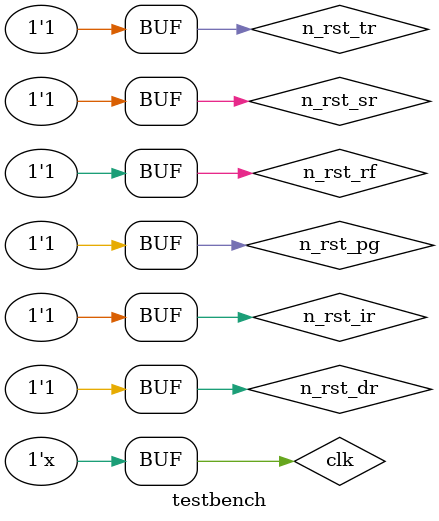
<source format=v>
`timescale 1ns / 1ps

module testbench;

  reg clk; // clock
  reg n_rst_rf, n_rst_tr, n_rst_sr, n_rst_dr, n_rst_pg, n_rst_ir;
  //reg [2:0] ra1, ra2, wa; // adress
  //reg we_rf, we_tr, we_sr, we_dr;

  // instance module
  cpu_ex top(//ra1, ra2, wa, we_rf, we_sr, we_tr, we_dr,
             clk, n_rst_rf, n_rst_sr, n_rst_tr, n_rst_dr, n_rst_pg, n_rst_ir);
  initial begin
    $dumpfile("test.vcd");
    $dumpvars;

    clk = 0;
    n_rst_rf = 0; n_rst_sr = 0; n_rst_tr = 0; n_rst_dr = 0; n_rst_pg = 0; n_rst_ir = 0;
    //ra1 = 0; ra2 = 0; wa = 0;
    //we_rf = 0; we_sr = 0; we_tr = 0; we_dr = 0;

    // wait 100 ns
    #100 
    n_rst_rf = 1; n_rst_sr = 1; n_rst_tr = 1; n_rst_dr = 1; n_rst_pg = 1; n_rst_ir = 1;
    // for hold-time
    // test vector
    //ra1 = 0; ra2 = 1; wa = 2;
    /*
    #30
    //we_sr = 1; we_tr = 1;
    #10
    //we_sr = 0; we_tr = 0; we_dr = 1;
    #10
    //we_dr = 0; we_rf = 1;
    #10
    //we_rf = 0;
    */
  end

  always begin
    #5 clk = ~ clk;
  end
endmodule

</source>
